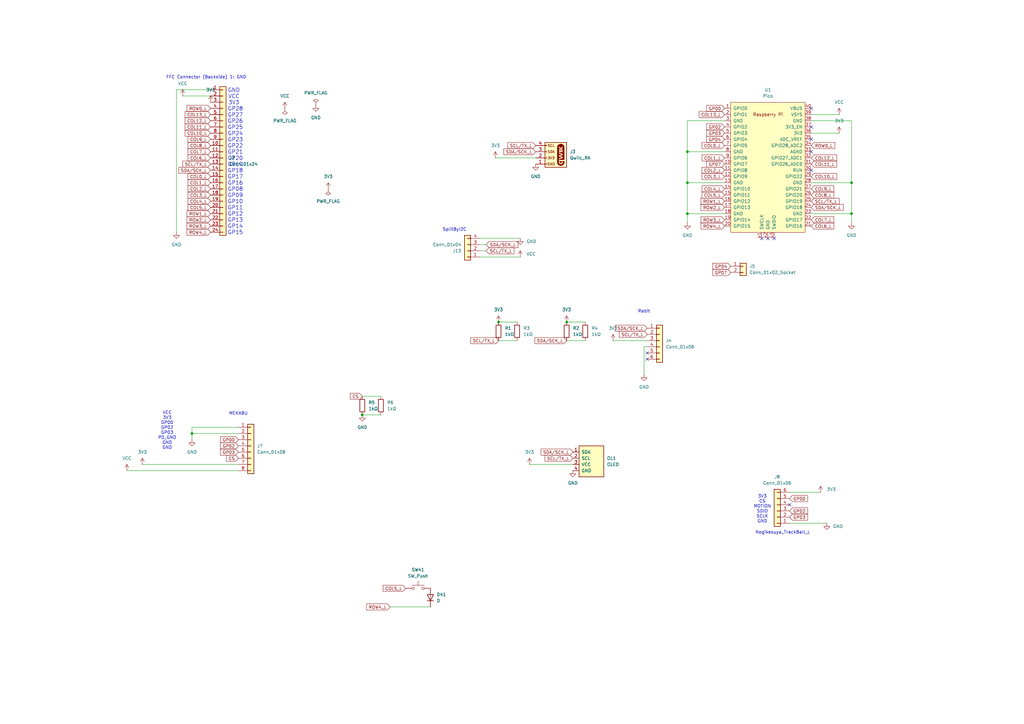
<source format=kicad_sch>
(kicad_sch (version 20250114) (generator "eeschema") (generator_version "9.0")
  (paper "A3")
  (lib_symbols
    (symbol "BrownSugar_KBD:OLED" (pin_names (offset 1.016))
      (property "Reference" "OL" (at 0 7.62 0))
      (property "Value" "OLED" (at 0 -7.62 0))
      (symbol "OLED_0_1"
        (rectangle (start -5.08 6.35) (end 5.08 -6.35) (stroke (width 0.254)) (fill (type background)))
      )
      (symbol "OLED_1_1"
        (pin bidirectional line (at -7.62 3.81 0) (length 2.54) (name "SDA") (number "1"))
        (pin bidirectional line (at -7.62 1.27 0) (length 2.54) (name "SCL") (number "2"))
        (pin power_in line (at -7.62 -1.27 0) (length 2.54) (name "VCC") (number "3"))
        (pin power_in line (at -7.62 -3.81 0) (length 2.54) (name "GND") (number "4"))
      )
    )
    (symbol "Connector_Generic:Conn_01x02" (pin_names (offset 1.016) (hide yes))
      (property "Reference" "J" (at 0 2.54 0))
      (property "Value" "Conn_01x02" (at 0 -5.08 0))
      (symbol "Conn_01x02_1_1"
        (rectangle (start -1.27 1.27) (end 1.27 -3.81) (stroke (width 0.254)) (fill (type background)))
        (rectangle (start -1.27 0.127) (end 0 -0.127) (stroke (width 0.1524)))
        (rectangle (start -1.27 -2.413) (end 0 -2.667) (stroke (width 0.1524)))
        (pin passive line (at -5.08 0 0) (length 3.81) (name "Pin_1") (number "1"))
        (pin passive line (at -5.08 -2.54 0) (length 3.81) (name "Pin_2") (number "2"))
      )
    )
    (symbol "Connector_Generic:Conn_01x04" (pin_names (offset 1.016) (hide yes))
      (property "Reference" "J" (at 0 5.08 0))
      (property "Value" "Conn_01x04" (at 0 -7.62 0))
      (symbol "Conn_01x04_1_1"
        (rectangle (start -1.27 3.81) (end 1.27 -6.35) (stroke (width 0.254)) (fill (type background)))
        (rectangle (start -1.27 2.667) (end 0 2.413) (stroke (width 0.1524)))
        (rectangle (start -1.27 0.127) (end 0 -0.127) (stroke (width 0.1524)))
        (rectangle (start -1.27 -2.413) (end 0 -2.667) (stroke (width 0.1524)))
        (rectangle (start -1.27 -4.953) (end 0 -5.207) (stroke (width 0.1524)))
        (pin passive line (at -5.08 2.54 0) (length 3.81) (name "Pin_1") (number "1"))
        (pin passive line (at -5.08 0 0) (length 3.81) (name "Pin_2") (number "2"))
        (pin passive line (at -5.08 -2.54 0) (length 3.81) (name "Pin_3") (number "3"))
        (pin passive line (at -5.08 -5.08 0) (length 3.81) (name "Pin_4") (number "4"))
      )
    )
    (symbol "Connector_Generic:Conn_01x06" (pin_names (offset 1.016) (hide yes))
      (property "Reference" "J" (at 0 7.62 0))
      (property "Value" "Conn_01x06" (at 0 -10.16 0))
      (symbol "Conn_01x06_1_1"
        (rectangle (start -1.27 6.35) (end 1.27 -8.89) (stroke (width 0.254)) (fill (type background)))
        (rectangle (start -1.27 5.207) (end 0 4.953) (stroke (width 0.1524)))
        (rectangle (start -1.27 2.667) (end 0 2.413) (stroke (width 0.1524)))
        (rectangle (start -1.27 0.127) (end 0 -0.127) (stroke (width 0.1524)))
        (rectangle (start -1.27 -2.413) (end 0 -2.667) (stroke (width 0.1524)))
        (rectangle (start -1.27 -4.953) (end 0 -5.207) (stroke (width 0.1524)))
        (rectangle (start -1.27 -7.493) (end 0 -7.747) (stroke (width 0.1524)))
        (pin passive line (at -5.08 5.08 0) (length 3.81) (name "Pin_1") (number "1"))
        (pin passive line (at -5.08 2.54 0) (length 3.81) (name "Pin_2") (number "2"))
        (pin passive line (at -5.08 0 0) (length 3.81) (name "Pin_3") (number "3"))
        (pin passive line (at -5.08 -2.54 0) (length 3.81) (name "Pin_4") (number "4"))
        (pin passive line (at -5.08 -5.08 0) (length 3.81) (name "Pin_5") (number "5"))
        (pin passive line (at -5.08 -7.62 0) (length 3.81) (name "Pin_6") (number "6"))
      )
    )
    (symbol "Connector_Generic:Conn_01x08" (pin_names (offset 1.016) (hide yes))
      (property "Reference" "J" (at 0 10.16 0))
      (property "Value" "Conn_01x08" (at 0 -12.7 0))
      (symbol "Conn_01x08_1_1"
        (rectangle (start -1.27 8.89) (end 1.27 -11.43) (stroke (width 0.254)) (fill (type background)))
        (rectangle (start -1.27 7.747) (end 0 7.493) (stroke (width 0.1524)))
        (rectangle (start -1.27 5.207) (end 0 4.953) (stroke (width 0.1524)))
        (rectangle (start -1.27 2.667) (end 0 2.413) (stroke (width 0.1524)))
        (rectangle (start -1.27 0.127) (end 0 -0.127) (stroke (width 0.1524)))
        (rectangle (start -1.27 -2.413) (end 0 -2.667) (stroke (width 0.1524)))
        (rectangle (start -1.27 -4.953) (end 0 -5.207) (stroke (width 0.1524)))
        (rectangle (start -1.27 -7.493) (end 0 -7.747) (stroke (width 0.1524)))
        (rectangle (start -1.27 -10.033) (end 0 -10.287) (stroke (width 0.1524)))
        (pin passive line (at -5.08 7.62 0) (length 3.81) (name "Pin_1") (number "1"))
        (pin passive line (at -5.08 5.08 0) (length 3.81) (name "Pin_2") (number "2"))
        (pin passive line (at -5.08 2.54 0) (length 3.81) (name "Pin_3") (number "3"))
        (pin passive line (at -5.08 0 0) (length 3.81) (name "Pin_4") (number "4"))
        (pin passive line (at -5.08 -2.54 0) (length 3.81) (name "Pin_5") (number "5"))
        (pin passive line (at -5.08 -5.08 0) (length 3.81) (name "Pin_6") (number "6"))
        (pin passive line (at -5.08 -7.62 0) (length 3.81) (name "Pin_7") (number "7"))
        (pin passive line (at -5.08 -10.16 0) (length 3.81) (name "Pin_8") (number "8"))
      )
    )
    (symbol "Connector_Generic:Conn_01x24" (pin_names (offset 1.016) (hide yes))
      (property "Reference" "J" (at 0 30.48 0))
      (property "Value" "Conn_01x24" (at 0 -33.02 0))
      (symbol "Conn_01x24_1_1"
        (rectangle (start -1.27 29.21) (end 1.27 -31.75) (stroke (width 0.254)) (fill (type background)))
        (rectangle (start -1.27 28.067) (end 0 27.813) (stroke (width 0.1524)))
        (rectangle (start -1.27 25.527) (end 0 25.273) (stroke (width 0.1524)))
        (rectangle (start -1.27 22.987) (end 0 22.733) (stroke (width 0.1524)))
        (rectangle (start -1.27 20.447) (end 0 20.193) (stroke (width 0.1524)))
        (rectangle (start -1.27 17.907) (end 0 17.653) (stroke (width 0.1524)))
        (rectangle (start -1.27 15.367) (end 0 15.113) (stroke (width 0.1524)))
        (rectangle (start -1.27 12.827) (end 0 12.573) (stroke (width 0.1524)))
        (rectangle (start -1.27 10.287) (end 0 10.033) (stroke (width 0.1524)))
        (rectangle (start -1.27 7.747) (end 0 7.493) (stroke (width 0.1524)))
        (rectangle (start -1.27 5.207) (end 0 4.953) (stroke (width 0.1524)))
        (rectangle (start -1.27 2.667) (end 0 2.413) (stroke (width 0.1524)))
        (rectangle (start -1.27 0.127) (end 0 -0.127) (stroke (width 0.1524)))
        (rectangle (start -1.27 -2.413) (end 0 -2.667) (stroke (width 0.1524)))
        (rectangle (start -1.27 -4.953) (end 0 -5.207) (stroke (width 0.1524)))
        (rectangle (start -1.27 -7.493) (end 0 -7.747) (stroke (width 0.1524)))
        (rectangle (start -1.27 -10.033) (end 0 -10.287) (stroke (width 0.1524)))
        (rectangle (start -1.27 -12.573) (end 0 -12.827) (stroke (width 0.1524)))
        (rectangle (start -1.27 -15.113) (end 0 -15.367) (stroke (width 0.1524)))
        (rectangle (start -1.27 -17.653) (end 0 -17.907) (stroke (width 0.1524)))
        (rectangle (start -1.27 -20.193) (end 0 -20.447) (stroke (width 0.1524)))
        (rectangle (start -1.27 -22.733) (end 0 -22.987) (stroke (width 0.1524)))
        (rectangle (start -1.27 -25.273) (end 0 -25.527) (stroke (width 0.1524)))
        (rectangle (start -1.27 -27.813) (end 0 -28.067) (stroke (width 0.1524)))
        (rectangle (start -1.27 -30.353) (end 0 -30.607) (stroke (width 0.1524)))
        (pin passive line (at -5.08 27.94 0) (length 3.81) (name "Pin_1") (number "1"))
        (pin passive line (at -5.08 25.4 0) (length 3.81) (name "Pin_2") (number "2"))
        (pin passive line (at -5.08 22.86 0) (length 3.81) (name "Pin_3") (number "3"))
        (pin passive line (at -5.08 20.32 0) (length 3.81) (name "Pin_4") (number "4"))
        (pin passive line (at -5.08 17.78 0) (length 3.81) (name "Pin_5") (number "5"))
        (pin passive line (at -5.08 15.24 0) (length 3.81) (name "Pin_6") (number "6"))
        (pin passive line (at -5.08 12.7 0) (length 3.81) (name "Pin_7") (number "7"))
        (pin passive line (at -5.08 10.16 0) (length 3.81) (name "Pin_8") (number "8"))
        (pin passive line (at -5.08 7.62 0) (length 3.81) (name "Pin_9") (number "9"))
        (pin passive line (at -5.08 5.08 0) (length 3.81) (name "Pin_10") (number "10"))
        (pin passive line (at -5.08 2.54 0) (length 3.81) (name "Pin_11") (number "11"))
        (pin passive line (at -5.08 0 0) (length 3.81) (name "Pin_12") (number "12"))
        (pin passive line (at -5.08 -2.54 0) (length 3.81) (name "Pin_13") (number "13"))
        (pin passive line (at -5.08 -5.08 0) (length 3.81) (name "Pin_14") (number "14"))
        (pin passive line (at -5.08 -7.62 0) (length 3.81) (name "Pin_15") (number "15"))
        (pin passive line (at -5.08 -10.16 0) (length 3.81) (name "Pin_16") (number "16"))
        (pin passive line (at -5.08 -12.7 0) (length 3.81) (name "Pin_17") (number "17"))
        (pin passive line (at -5.08 -15.24 0) (length 3.81) (name "Pin_18") (number "18"))
        (pin passive line (at -5.08 -17.78 0) (length 3.81) (name "Pin_19") (number "19"))
        (pin passive line (at -5.08 -20.32 0) (length 3.81) (name "Pin_20") (number "20"))
        (pin passive line (at -5.08 -22.86 0) (length 3.81) (name "Pin_21") (number "21"))
        (pin passive line (at -5.08 -25.4 0) (length 3.81) (name "Pin_22") (number "22"))
        (pin passive line (at -5.08 -27.94 0) (length 3.81) (name "Pin_23") (number "23"))
        (pin passive line (at -5.08 -30.48 0) (length 3.81) (name "Pin_24") (number "24"))
      )
    )
    (symbol "Device:D" (pin_numbers (hide yes)) (pin_names (offset 1.016) (hide yes))
      (property "Reference" "D" (at 0 2.54 0))
      (property "Value" "D" (at 0 -2.54 0))
      (symbol "D_0_1"
        (polyline (pts (xy -1.27 1.27) (xy -1.27 -1.27)) (stroke (width 0.254)))
        (polyline (pts (xy 1.27 1.27) (xy 1.27 -1.27) (xy -1.27 0) (xy 1.27 1.27)) (stroke (width 0.254)))
        (polyline (pts (xy 1.27 0) (xy -1.27 0)))
      )
      (symbol "D_1_1"
        (pin passive line (at -3.81 0 0) (length 2.54) (name "K") (number "1"))
        (pin passive line (at 3.81 0 180) (length 2.54) (name "A") (number "2"))
      )
    )
    (symbol "Device:R" (pin_numbers (hide yes)) (pin_names (offset 0))
      (property "Reference" "R" (at 2.032 0 90))
      (property "Value" "R" (at 0 0 90))
      (symbol "R_0_1"
        (rectangle (start -1.016 -2.54) (end 1.016 2.54) (stroke (width 0.254)))
      )
      (symbol "R_1_1"
        (pin passive line (at 0 3.81 270) (length 1.27) (name "~") (number "1"))
        (pin passive line (at 0 -3.81 90) (length 1.27) (name "~") (number "2"))
      )
    )
    (symbol "RPi_Pico:Pico" (pin_names (offset 1.016))
      (property "Reference" "U" (at -13.97 27.94 0))
      (property "Value" "Pico" (at 0 19.05 0))
      (symbol "Pico_0_0"
        (text "Raspberry Pi" (at 0 21.59 0) (effects (font (size 1.27 1.27))))
      )
      (symbol "Pico_0_1"
        (rectangle (start -15.24 26.67) (end 15.24 -26.67) (fill (type background)))
      )
      (symbol "Pico_1_1"
        (pin bidirectional line (at -17.78 24.13 0) (length 2.54) (name "GPIO0") (number "1"))
        (pin bidirectional line (at -17.78 21.59 0) (length 2.54) (name "GPIO1") (number "2"))
        (pin power_in line (at -17.78 19.05 0) (length 2.54) (name "GND") (number "3"))
        (pin bidirectional line (at -17.78 16.51 0) (length 2.54) (name "GPIO2") (number "4"))
        (pin bidirectional line (at -17.78 13.97 0) (length 2.54) (name "GPIO3") (number "5"))
        (pin bidirectional line (at -17.78 11.43 0) (length 2.54) (name "GPIO4") (number "6"))
        (pin bidirectional line (at -17.78 8.89 0) (length 2.54) (name "GPIO5") (number "7"))
        (pin power_in line (at -17.78 6.35 0) (length 2.54) (name "GND") (number "8"))
        (pin bidirectional line (at -17.78 3.81 0) (length 2.54) (name "GPIO6") (number "9"))
        (pin bidirectional line (at -17.78 1.27 0) (length 2.54) (name "GPIO7") (number "10"))
        (pin bidirectional line (at -17.78 -1.27 0) (length 2.54) (name "GPIO8") (number "11"))
        (pin bidirectional line (at -17.78 -3.81 0) (length 2.54) (name "GPIO9") (number "12"))
        (pin power_in line (at -17.78 -6.35 0) (length 2.54) (name "GND") (number "13"))
        (pin bidirectional line (at -17.78 -8.89 0) (length 2.54) (name "GPIO10") (number "14"))
        (pin bidirectional line (at -17.78 -11.43 0) (length 2.54) (name "GPIO11") (number "15"))
        (pin bidirectional line (at -17.78 -13.97 0) (length 2.54) (name "GPIO12") (number "16"))
        (pin bidirectional line (at -17.78 -16.51 0) (length 2.54) (name "GPIO13") (number "17"))
        (pin power_in line (at -17.78 -19.05 0) (length 2.54) (name "GND") (number "18"))
        (pin bidirectional line (at -17.78 -21.59 0) (length 2.54) (name "GPIO14") (number "19"))
        (pin bidirectional line (at -17.78 -24.13 0) (length 2.54) (name "GPIO15") (number "20"))
        (pin input line (at -2.54 -29.21 90) (length 2.54) (name "SWCLK") (number "41"))
        (pin power_in line (at 0 -29.21 90) (length 2.54) (name "GND") (number "42"))
        (pin bidirectional line (at 2.54 -29.21 90) (length 2.54) (name "SWDIO") (number "43"))
        (pin unspecified line (at 17.78 24.13 180) (length 2.54) (name "VBUS") (number "40"))
        (pin unspecified line (at 17.78 21.59 180) (length 2.54) (name "VSYS") (number "39"))
        (pin bidirectional line (at 17.78 19.05 180) (length 2.54) (name "GND") (number "38"))
        (pin input line (at 17.78 16.51 180) (length 2.54) (name "3V3_EN") (number "37"))
        (pin unspecified line (at 17.78 13.97 180) (length 2.54) (name "3V3") (number "36"))
        (pin unspecified line (at 17.78 11.43 180) (length 2.54) (name "ADC_VREF") (number "35"))
        (pin bidirectional line (at 17.78 8.89 180) (length 2.54) (name "GPIO28_ADC2") (number "34"))
        (pin power_in line (at 17.78 6.35 180) (length 2.54) (name "AGND") (number "33"))
        (pin bidirectional line (at 17.78 3.81 180) (length 2.54) (name "GPIO27_ADC1") (number "32"))
        (pin bidirectional line (at 17.78 1.27 180) (length 2.54) (name "GPIO26_ADC0") (number "31"))
        (pin input line (at 17.78 -1.27 180) (length 2.54) (name "RUN") (number "30"))
        (pin bidirectional line (at 17.78 -3.81 180) (length 2.54) (name "GPIO22") (number "29"))
        (pin power_in line (at 17.78 -6.35 180) (length 2.54) (name "GND") (number "28"))
        (pin bidirectional line (at 17.78 -8.89 180) (length 2.54) (name "GPIO21") (number "27"))
        (pin bidirectional line (at 17.78 -11.43 180) (length 2.54) (name "GPIO20") (number "26"))
        (pin bidirectional line (at 17.78 -13.97 180) (length 2.54) (name "GPIO19") (number "25"))
        (pin bidirectional line (at 17.78 -16.51 180) (length 2.54) (name "GPIO18") (number "24"))
        (pin power_in line (at 17.78 -19.05 180) (length 2.54) (name "GND") (number "23"))
        (pin bidirectional line (at 17.78 -21.59 180) (length 2.54) (name "GPIO17") (number "22"))
        (pin bidirectional line (at 17.78 -24.13 180) (length 2.54) (name "GPIO16") (number "21"))
      )
    )
    (symbol "SparkFun-Connector:Qwiic_Right_Angle" (pin_names (offset 1.016) (hide yes))
      (property "Reference" "J" (at 0 5.08 0))
      (property "Value" "Qwiic_RA" (at 0 -7.62 0))
      (symbol "Qwiic_Right_Angle_0_0"
        (polyline (pts (xy 5.6514 -4.1459) (xy 5.6299 -4.0654) (xy 5.5924 -3.9985) (xy 5.5373 -3.9428) (xy 5.4632 -3.8962) (xy 5.4394 -3.8843) (xy 5.402 -3.8678) (xy 5.3681 -3.8578) (xy 5.3294 -3.8521) (xy 5.2774 -3.8485) (xy 5.2184 -3.8474) (xy 5.1227 -3.8564) (xy 5.0405 -3.8803) (xy 4.9695 -3.9199) (xy 4.9078 -3.9759) (xy 4.8937 -3.9923) (xy 4.8535 -4.0549) (xy 4.8308 -4.124) (xy 4.8237 -4.2048) (xy 4.8239 -4.222) (xy 4.8343 -4.3011) (xy 4.8608 -4.3692) (xy 4.9051 -4.4308) (xy 4.9328 -4.4589) (xy 5.0009 -4.509) (xy 5.0793 -4.5424) (xy 5.1699 -4.5595) (xy 5.2745 -4.5612) (xy 5.3262 -4.5564) (xy 5.4199 -4.5347) (xy 5.4992 -4.4971) (xy 5.5638 -4.444) (xy 5.6131 -4.3757) (xy 5.6467 -4.2926) (xy 5.65 -4.2788) (xy 5.656 -4.2325) (xy 5.6563 -4.1875) (xy 5.6514 -4.1459)) (stroke (width 0.01)) (fill (type outline)))
        (polyline (pts (xy 6.6693 -0.6791) (xy 6.666 1.9332) (xy 6.6418 2.0386) (xy 6.6301 2.0866) (xy 6.5791 2.2527) (xy 6.5141 2.404) (xy 6.4337 2.5432) (xy 6.3364 2.673) (xy 6.2208 2.7959) (xy 6.1699 2.8428) (xy 6.0305 2.9527) (xy 5.8839 3.0422) (xy 5.7295 3.1115) (xy 5.5668 3.1608) (xy 5.3953 3.1902) (xy 5.2146 3.1999) (xy 5.1695 3.1994) (xy 5.0056 3.1868) (xy 4.8507 3.1568) (xy 4.7006 3.1083) (xy 4.5508 3.0404) (xy 4.5104 3.0187) (xy 4.3609 2.9237) (xy 4.2262 2.8129) (xy 4.1067 2.6872) (xy 4.0032 2.5475) (xy 3.9162 2.3947) (xy 3.8466 2.2295) (xy 3.7947 2.0528) (xy 3.7931 2.0453) (xy 3.7912 2.0356) (xy 3.7895 2.0242) (xy 3.7879 2.0106) (xy 3.7864 1.9938) (xy 3.785 1.9733) (xy 3.7837 1.9481) (xy 3.7825 1.9176) (xy 3.7815 1.8811) (xy 3.7805 1.8377) (xy 3.7796 1.7868) (xy 3.7789 1.7275) (xy 3.7781 1.6592) (xy 3.7775 1.5811) (xy 3.777 1.4925) (xy 3.7765 1.3925) (xy 3.7761 1.2805) (xy 3.7757 1.1557) (xy 3.7754 1.0174) (xy 3.7751 0.8648) (xy 3.7749 0.6972) (xy 3.7748 0.5138) (xy 3.7746 0.3139) (xy 3.7745 0.0967) (xy 3.7745 -0.1385) (xy 3.7744 -0.3925) (xy 3.7744 -0.666) (xy 3.7744 -0.9597) (xy 3.7744 -1.2744) (xy 3.7744 -4.5147) (xy 3.8041 -4.6318) (xy 3.8237 -4.7026) (xy 3.8837 -4.868) (xy 3.9606 -5.0206) (xy 4.0556 -5.1623) (xy 4.1695 -5.2947) (xy 4.2945 -5.4115) (xy 4.4355 -5.5159) (xy 4.5859 -5.6007) (xy 4.7459 -5.6661) (xy 4.916 -5.7122) (xy 5.0965 -5.7394) (xy 5.2571 -5.7442) (xy 5.4226 -5.7293) (xy 5.5891 -5.6949) (xy 5.7533 -5.6416) (xy 5.8236 -5.6121) (xy 5.9729 -5.5329) (xy 6.1112 -5.4365) (xy 6.237 -5.3244) (xy 6.3494 -5.1984) (xy 6.4469 -5.0601) (xy 6.5284 -4.9112) (xy 6.5926 -4.7532) (xy 6.6384 -4.5879) (xy 6.6645 -4.4168) (xy 6.6652 -4.405) (xy 6.6664 -4.3703) (xy 6.6676 -4.3199) (xy 6.6687 -4.2572) (xy 6.6696 -4.1859) (xy 6.6703 -4.1097) (xy 6.6721 -3.846) (xy 6.2655 -3.846) (xy 5.8589 -3.846) (xy 5.9219 -3.9104) (xy 5.9349 -3.9241) (xy 6.0001 -4.0112) (xy 6.0471 -4.1097) (xy 6.0754 -4.2189) (xy 6.085 -4.338) (xy 6.0781 -4.4509) (xy 6.0523 -4.5755) (xy 6.0066 -4.6941) (xy 5.952 -4.7864) (xy 5.8765 -4.8752) (xy 5.7858 -4.9517) (xy 5.6826 -5.0132) (xy 5.6313 -5.0372) (xy 5.5644 -5.0638) (xy 5.4981 -5.0834) (xy 5.4249 -5.0981) (xy 5.3375 -5.1098) (xy 5.2452 -5.1158) (xy 5.122 -5.1113) (xy 5.0004 -5.0938) (xy 4.8864 -5.0641) (xy 4.7856 -5.0232) (xy 4.6831 -4.9619) (xy 4.5878 -4.8817) (xy 4.5089 -4.7878) (xy 4.4472 -4.6811) (xy 4.4036 -4.5627) (xy 4.4031 -4.5611) (xy 4.3912 -4.4987) (xy 4.3845 -4.4244) (xy 4.3831 -4.3446) (xy 4.3869 -4.2661) (xy 4.3957 -4.1956) (xy 4.4094 -4.1396) (xy 4.4322 -4.082) (xy 4.485 -3.9879) (xy 4.5552 -3.9031) (xy 4.6109 -3.846) (xy 4.5052 -3.846) (xy 4.3996 -3.846) (xy 4.3996 -3.5687) (xy 4.3996 -3.2914) (xy 4.405 -3.2914) (xy 4.405 -3.2023) (xy 4.4021 -2.9296) (xy 4.4018 -2.8964) (xy 4.4015 -2.8076) (xy 4.4023 -2.7393) (xy 4.4041 -2.6908) (xy 4.407 -2.6611) (xy 4.4111 -2.6495) (xy 4.4137 -2.6484) (xy 4.434 -2.6418) (xy 4.4723 -2.6298) (xy 4.5268 -2.6132) (xy 4.5954 -2.5924) (xy 4.6761 -2.5683) (xy 4.767 -2.5412) (xy 4.866 -2.5118) (xy 4.9713 -2.4808) (xy 5.0173 -2.4672) (xy 5.119 -2.4369) (xy 5.2131 -2.4086) (xy 5.2977 -2.3828) (xy 5.3709 -2.3601) (xy 5.4307 -2.3411) (xy 5.4753 -2.3264) (xy 5.5029 -2.3166) (xy 5.5114 -2.3123) (xy 5.505 -2.3098) (xy 5.4796 -2.3016) (xy 5.4371 -2.2885) (xy 5.3794 -2.2711) (xy 5.3088 -2.2502) (xy 5.2275 -2.2264) (xy 5.1375 -2.2002) (xy 5.0411 -2.1724) (xy 4.9851 -2.1562) (xy 4.8864 -2.1278) (xy 4.7926 -2.1007) (xy 4.7062 -2.0757) (xy 4.63 -2.0536) (xy 4.5666 -2.0351) (xy 4.5187 -2.0211) (xy 4.4891 -2.0123) (xy 4.3992 -1.9852) (xy 4.4021 -1.7229) (xy 4.405 -1.4606) (xy 4.5844 -1.4084) (xy 4.6163 -1.3992) (xy 4.7739 -1.3533) (xy 4.9121 -1.3131) (xy 5.0321 -1.278) (xy 5.1352 -1.2478) (xy 5.2224 -1.2221) (xy 5.2951 -1.2004) (xy 5.3545 -1.1824) (xy 5.4018 -1.1676) (xy 5.4382 -1.1558) (xy 5.465 -1.1465) (xy 5.4834 -1.1392) (xy 5.4945 -1.1338) (xy 5.4997 -1.1296) (xy 5.5001 -1.1264) (xy 5.497 -1.1238) (xy 5.4915 -1.1214) (xy 5.4896 -1.1207) (xy 5.4687 -1.114) (xy 5.4296 -1.1019) (xy 5.3743 -1.0851) (xy 5.3049 -1.0643) (xy 5.2237 -1.04) (xy 5.1326 -1.013) (xy 5.0339 -0.9838) (xy 4.9297 -0.9531) (xy 4.3996 -0.7973) (xy 4.3996 -0.533) (xy 4.3997 -0.479) (xy 4.4004 -0.4111) (xy 4.4015 -0.3532) (xy 4.4029 -0.3082) (xy 4.4047 -0.279) (xy 4.4066 -0.2687) (xy 4.409 -0.2694) (xy 4.4284 -0.2761) (xy 4.4661 -0.2895) (xy 4.5204 -0.309) (xy 4.5899 -0.3341) (xy 4.6729 -0.3642) (xy 4.7681 -0.3988) (xy 4.8737 -0.4372) (xy 4.9883 -0.479) (xy 5.1104 -0.5236) (xy 5.2384 -0.5703) (xy 6.0632 -0.872) (xy 6.0632 -0.1926) (xy 5.2314 -0.1926) (xy 4.3996 -0.1926) (xy 4.3996 0.0793) (xy 4.3996 0.3511) (xy 5.2314 0.3511) (xy 6.0632 0.3511) (xy 6.0632 0.4598) (xy 5.2314 0.4598) (xy 4.3996 0.4598) (xy 4.3996 0.7317) (xy 4.3996 1.0035) (xy 5.2314 1.0035) (xy 5.2368 1.0035) (xy 5.2368 1.1177) (xy 5.1465 1.1192) (xy 5.0667 1.1248) (xy 4.9975 1.1357) (xy 4.9332 1.1532) (xy 4.8683 1.1784) (xy 4.7971 1.2126) (xy 4.7662 1.2298) (xy 4.6808 1.2903) (xy 4.6008 1.3651) (xy 4.5314 1.4489) (xy 4.4781 1.5363) (xy 4.4686 1.5557) (xy 4.4306 1.6462) (xy 4.4052 1.7353) (xy 4.3905 1.8304) (xy 4.385 1.9386) (xy 4.3833 2.0745) (xy 4.6089 2.0775) (xy 4.8345 2.0804) (xy 4.8348 1.9959) (xy 4.8368 1.9483) (xy 4.8488 1.8858) (xy 4.8738 1.8316) (xy 4.9144 1.7788) (xy 4.9734 1.7289) (xy 5.0458 1.6921) (xy 5.1277 1.6689) (xy 5.215 1.6593) (xy 5.3038 1.6635) (xy 5.3902 1.6815) (xy 5.4702 1.7136) (xy 5.54 1.7597) (xy 5.5733 1.7923) (xy 5.6073 1.844) (xy 5.628 1.9066) (xy 5.6372 1.9843) (xy 5.6418 2.0804) (xy 5.8607 2.0775) (xy 6.0795 2.0745) (xy 6.0811 1.9712) (xy 6.0811 1.9207) (xy 6.0739 1.8134) (xy 6.0554 1.7157) (xy 6.024 1.6204) (xy 5.9781 1.5204) (xy 5.9341 1.4457) (xy 5.8571 1.3499) (xy 5.7651 1.2695) (xy 5.6591 1.2056) (xy 5.6251 1.1892) (xy 5.5646 1.1627) (xy 5.5097 1.1435) (xy 5.4549 1.1305) (xy 5.3948 1.1226) (xy 5.3239 1.1188) (xy 5.2368 1.1177) (xy 5.2368 1.0035) (xy 6.0632 1.0035) (xy 6.0632 0.7317) (xy 6.0632 0.4598) (xy 6.0632 0.3511) (xy 6.0632 0.0793) (xy 6.0632 -0.1926) (xy 6.0632 -0.872) (xy 6.0632 -1.1439) (xy 6.0632 -1.4158) (xy 5.552 -1.5728) (xy 5.5357 -1.5778) (xy 5.4361 -1.6086) (xy 5.3436 -1.6376) (xy 5.2603 -1.6641) (xy 5.1881 -1.6874) (xy 5.129 -1.707) (xy 5.0848 -1.7222) (xy 5.0575 -1.7324) (xy 5.0491 -1.7369) (xy 5.0493 -1.737) (xy 5.0624 -1.742) (xy 5.094 -1.7527) (xy 5.1423 -1.7684) (xy 5.2051 -1.7886) (xy 5.2803 -1.8124) (xy 5.3659 -1.8394) (xy 5.46 -1.8688) (xy 5.5603 -1.9) (xy 6.0632 -2.0559) (xy 6.063 -2.3284) (xy 6.0628 -2.601) (xy 5.2339 -2.9017) (xy 4.405 -3.2023) (xy 4.405 -3.2914) (xy 5.5361 -3.2914) (xy 6.6725 -3.2914) (xy 6.6693 -0.6791)) (stroke (width 0.01)) (fill (type outline)))
      )
      (symbol "Qwiic_Right_Angle_1_1"
        (rectangle (start -1.27 3.81) (end 7.62 -6.35) (stroke (width 0.254)) (fill (type background)))
        (rectangle (start -1.27 2.667) (end -0.508 2.413) (stroke (width 0.1524)))
        (rectangle (start -1.27 0.127) (end -0.508 -0.127) (stroke (width 0.1524)))
        (rectangle (start -1.27 -2.413) (end -0.508 -2.667) (stroke (width 0.1524)))
        (rectangle (start -1.27 -4.953) (end -0.508 -5.207) (stroke (width 0.1524)))
        (text "SCL" (at 1.27 2.54 0) (effects (font (size 1 1))))
        (text "SDA" (at 1.27 0 0) (effects (font (size 1 1))))
        (text "3V3" (at 1.27 -2.54 0) (effects (font (size 1 1))))
        (text "GND" (at 1.27 -5.08 0) (effects (font (size 1 1))))
        (pin passive line (at -5.08 2.54 0) (length 3.81) (name "Pin_4") (number "4"))
        (pin passive line (at -5.08 0 0) (length 3.81) (name "Pin_3") (number "3"))
        (pin passive line (at -5.08 -2.54 0) (length 3.81) (name "Pin_2") (number "2"))
        (pin passive line (at -5.08 -5.08 0) (length 3.81) (name "Pin_1") (number "1"))
        (pin no_connect line (at 5.08 3.81 270) (length 2.54) (hide yes) (name "NC") (number "NC1"))
        (pin no_connect line (at 6.35 3.81 270) (length 2.54) (hide yes) (name "NC") (number "NC2"))
      )
    )
    (symbol "Switch:SW_Push" (pin_numbers (hide yes)) (pin_names (offset 1.016) (hide yes))
      (property "Reference" "SW" (at 1.27 2.54 0))
      (property "Value" "SW_Push" (at 0 -1.524 0))
      (symbol "SW_Push_0_1"
        (circle (center -2.032 0) (radius 0.508))
        (polyline (pts (xy 0 1.27) (xy 0 3.048)))
        (circle (center 2.032 0) (radius 0.508))
        (polyline (pts (xy 2.54 1.27) (xy -2.54 1.27)))
        (pin passive line (at -5.08 0 0) (length 2.54) (name "1") (number "1"))
        (pin passive line (at 5.08 0 180) (length 2.54) (name "2") (number "2"))
      )
    )
    (symbol "power:GND" (power) (pin_numbers (hide yes)) (pin_names (offset 0) (hide yes))
      (property "Value" "GND" (at 0 -3.81 0))
      (symbol "GND_0_1"
        (polyline (pts (xy 0 0) (xy 0 -1.27) (xy 1.27 -1.27) (xy 0 -2.54) (xy -1.27 -1.27) (xy 0 -1.27)))
      )
      (symbol "GND_1_1"
        (pin power_in line (at 0 0 270) (length 0) (name "~") (number "1"))
      )
    )
    (symbol "power:PWR_FLAG" (power) (pin_numbers (hide yes)) (pin_names (offset 0) (hide yes))
      (property "Value" "PWR_FLAG" (at 0 3.81 0))
      (symbol "PWR_FLAG_0_0"
        (pin power_out line (at 0 0 90) (length 0) (name "~") (number "1"))
      )
      (symbol "PWR_FLAG_0_1"
        (polyline (pts (xy 0 0) (xy 0 1.27) (xy -1.016 1.905) (xy 0 2.54) (xy 1.016 1.905) (xy 0 1.27)))
      )
    )
    (symbol "power:VCC" (power) (pin_numbers (hide yes)) (pin_names (offset 0) (hide yes))
      (property "Value" "VCC" (at 0 3.556 0))
      (symbol "VCC_0_1"
        (polyline (pts (xy -0.762 1.27) (xy 0 2.54)))
        (polyline (pts (xy 0 2.54) (xy 0.762 1.27)))
        (polyline (pts (xy 0 0) (xy 0 2.54)))
      )
      (symbol "VCC_1_1"
        (pin power_in line (at 0 0 90) (length 0) (name "~") (number "1"))
      )
    )
  )
  (text "VCC\n3V3\nGP00\nGP02\nGP03\nPD_GND\nGND\nGND" (at 68.58 176.53 0) (effects (font (size 1.27 1.27))))
  (text "Rabit" (at 264.16 127.762 0) (effects (font (size 1.27 1.27))))
  (text "MEKABU" (at 97.79 169.672 0) (effects (font (size 1.27 1.27))))
  (text "Nogikesuya_TrackBall_L" (at 321.056 218.44 0) (effects (font (size 1.27 1.27))))
  (text "3V3\nCS\nMOTION\nSDIO\nSCLK\nGND" (at 312.674 208.788 0) (effects (font (size 1.27 1.27))))
  (text "FFC Connector (Backside) １: GND" (at 84.582 31.75 0) (effects (font (size 1.27 1.27))))
  (text "SplitByI2C" (at 186.436 94.234 0) (effects (font (size 1.27 1.27))))
  (text "GND                                                                                 \nVCC                                                                                 \n3V3                                                                                 \nGP28                                                                                \nGP27                                                                                \nGP26                                                                                \nGP25                                                                                \nGP24                                                                                \nGP23                                                                                \nGP22                                                                                \nGP21                                                                                \nGP20                                                                                \nGP19                                                                                \nGP18                                                                                \nGP17                                                                                \nGP16                                                                                \nGP08                                                                                \nGP09                                                                                \nGP10                                                                                \nGP11                                                                                \nGP12                                                                                \nGP13                                                                                \nGP14                                                                                \nGP15                                                                                \n" (at 144.526 66.294 0) (effects (font (size 1.5748 1.5748))))
  (junction (at 281.94 62.23))
  (junction (at 204.47 132.08))
  (junction (at 232.41 132.08))
  (junction (at 349.25 74.93))
  (junction (at 281.94 74.93))
  (junction (at 78.74 177.8))
  (junction (at 349.25 87.63))
  (junction (at 281.94 87.63))
  (junction (at 148.59 170.18))
  (no_connect (at 317.5 97.79))
  (no_connect (at 332.74 69.85))
  (no_connect (at 332.74 44.45))
  (no_connect (at 265.43 144.78))
  (no_connect (at 323.85 207.01))
  (no_connect (at 332.74 52.07))
  (no_connect (at 314.96 97.79))
  (no_connect (at 312.42 97.79))
  (no_connect (at 265.43 147.32))
  (no_connect (at 332.74 62.23))
  (no_connect (at 332.74 57.15))
  (wire (pts (xy 204.47 139.7) (xy 212.09 139.7)))
  (wire (pts (xy 297.18 49.53) (xy 281.94 49.53)))
  (wire (pts (xy 349.25 49.53) (xy 349.25 74.93)))
  (wire (pts (xy 332.74 87.63) (xy 349.25 87.63)))
  (wire (pts (xy 204.47 132.08) (xy 212.09 132.08)))
  (wire (pts (xy 251.46 139.7) (xy 265.43 139.7)))
  (wire (pts (xy 349.25 91.44) (xy 349.25 87.63)))
  (wire (pts (xy 344.17 54.61) (xy 332.74 54.61)))
  (wire (pts (xy 281.94 87.63) (xy 297.18 87.63)))
  (wire (pts (xy 349.25 74.93) (xy 349.25 87.63)))
  (wire (pts (xy 160.02 248.92) (xy 176.53 248.92)))
  (wire (pts (xy 148.59 162.56) (xy 156.21 162.56)))
  (wire (pts (xy 232.41 139.7) (xy 240.03 139.7)))
  (wire (pts (xy 78.74 175.26) (xy 78.74 177.8)))
  (wire (pts (xy 72.39 36.83) (xy 72.39 95.25)))
  (wire (pts (xy 196.85 97.79) (xy 213.36 97.79)))
  (wire (pts (xy 196.85 102.87) (xy 199.39 102.87)))
  (wire (pts (xy 332.74 49.53) (xy 349.25 49.53)))
  (wire (pts (xy 281.94 49.53) (xy 281.94 62.23)))
  (wire (pts (xy 78.74 177.8) (xy 97.79 177.8)))
  (wire (pts (xy 281.94 74.93) (xy 281.94 87.63)))
  (wire (pts (xy 203.2 64.77) (xy 219.71 64.77)))
  (wire (pts (xy 217.17 190.5) (xy 234.95 190.5)))
  (wire (pts (xy 281.94 62.23) (xy 297.18 62.23)))
  (wire (pts (xy 281.94 87.63) (xy 281.94 91.44)))
  (wire (pts (xy 196.85 100.33) (xy 199.39 100.33)))
  (wire (pts (xy 339.09 214.63) (xy 323.85 214.63)))
  (wire (pts (xy 74.93 39.37) (xy 86.36 39.37)))
  (wire (pts (xy 281.94 74.93) (xy 297.18 74.93)))
  (wire (pts (xy 232.41 132.08) (xy 240.03 132.08)))
  (wire (pts (xy 52.07 193.04) (xy 97.79 193.04)))
  (wire (pts (xy 281.94 62.23) (xy 281.94 74.93)))
  (wire (pts (xy 264.16 142.24) (xy 265.43 142.24)))
  (wire (pts (xy 264.16 153.67) (xy 264.16 142.24)))
  (wire (pts (xy 344.17 46.99) (xy 332.74 46.99)))
  (wire (pts (xy 213.36 105.41) (xy 196.85 105.41)))
  (wire (pts (xy 332.74 74.93) (xy 349.25 74.93)))
  (wire (pts (xy 78.74 177.8) (xy 78.74 180.34)))
  (wire (pts (xy 323.85 201.93) (xy 336.55 201.93)))
  (wire (pts (xy 148.59 170.18) (xy 156.21 170.18)))
  (wire (pts (xy 86.36 36.83) (xy 72.39 36.83)))
  (wire (pts (xy 97.79 175.26) (xy 78.74 175.26)))
  (wire (pts (xy 58.42 190.5) (xy 97.79 190.5)))
  (global_label "COL7_L" (shape input) (at 332.74 90.17 0) (property "Intersheetrefs" "${INTERSHEET_REFS}" (effects (hide yes))))
  (global_label "SCL{slash}TX_L" (shape input) (at 332.74 82.55 0) (property "Intersheetrefs" "${INTERSHEET_REFS}" (effects (hide yes))))
  (global_label "COL1_L" (shape input) (at 297.18 64.77 180) (property "Intersheetrefs" "${INTERSHEET_REFS}" (effects (hide yes))))
  (global_label "ROW4_L" (shape input) (at 86.36 95.25 180) (property "Intersheetrefs" "${INTERSHEET_REFS}" (effects (hide yes))))
  (global_label "COL11_L" (shape input) (at 86.36 52.07 180) (property "Intersheetrefs" "${INTERSHEET_REFS}" (effects (hide yes))))
  (global_label "GP02" (shape input) (at 297.18 52.07 180) (property "Intersheetrefs" "${INTERSHEET_REFS}" (effects (hide yes))))
  (global_label "COL5_L" (shape input) (at 297.18 80.01 180) (property "Intersheetrefs" "${INTERSHEET_REFS}" (effects (hide yes))))
  (global_label "COL2_L" (shape input) (at 297.18 69.85 180) (property "Intersheetrefs" "${INTERSHEET_REFS}" (effects (hide yes))))
  (global_label "SCL{slash}TX_L" (shape input) (at 86.36 67.31 180) (property "Intersheetrefs" "${INTERSHEET_REFS}" (effects (hide yes))))
  (global_label "GP04" (shape input) (at 297.18 57.15 180) (property "Intersheetrefs" "${INTERSHEET_REFS}" (effects (hide yes))))
  (global_label "ROW0_L" (shape input) (at 332.74 59.69 0) (property "Intersheetrefs" "${INTERSHEET_REFS}" (effects (hide yes))))
  (global_label "ROW3_L" (shape input) (at 86.36 92.71 180) (property "Intersheetrefs" "${INTERSHEET_REFS}" (effects (hide yes))))
  (global_label "COL5_L" (shape input) (at 86.36 85.09 180) (property "Intersheetrefs" "${INTERSHEET_REFS}" (effects (hide yes))))
  (global_label "COL11_L" (shape input) (at 332.74 67.31 0) (property "Intersheetrefs" "${INTERSHEET_REFS}" (effects (hide yes))))
  (global_label "COL12_L" (shape input) (at 86.36 49.53 180) (property "Intersheetrefs" "${INTERSHEET_REFS}" (effects (hide yes))))
  (global_label "GP03" (shape input) (at 323.85 212.09 0) (property "Intersheetrefs" "${INTERSHEET_REFS}" (effects (hide yes))))
  (global_label "COL1_L" (shape input) (at 86.36 74.93 180) (property "Intersheetrefs" "${INTERSHEET_REFS}" (effects (hide yes))))
  (global_label "SCL{slash}TX_L" (shape input) (at 204.47 139.7 180) (property "Intersheetrefs" "${INTERSHEET_REFS}" (effects (hide yes))))
  (global_label "COL3_L" (shape input) (at 86.36 80.01 180) (property "Intersheetrefs" "${INTERSHEET_REFS}" (effects (hide yes))))
  (global_label "ROW4_L" (shape input) (at 160.02 248.92 180) (property "Intersheetrefs" "${INTERSHEET_REFS}" (effects (hide yes))))
  (global_label "COL12_L" (shape input) (at 332.74 64.77 0) (property "Intersheetrefs" "${INTERSHEET_REFS}" (effects (hide yes))))
  (global_label "SDA{slash}SCK_L" (shape input) (at 86.36 69.85 180) (property "Intersheetrefs" "${INTERSHEET_REFS}" (effects (hide yes))))
  (global_label "COL2_L" (shape input) (at 86.36 77.47 180) (property "Intersheetrefs" "${INTERSHEET_REFS}" (effects (hide yes))))
  (global_label "SDA{slash}SCK_L" (shape input) (at 199.39 100.33 0) (property "Intersheetrefs" "${INTERSHEET_REFS}" (effects (hide yes))))
  (global_label "ROW2_L" (shape input) (at 86.36 90.17 180) (property "Intersheetrefs" "${INTERSHEET_REFS}" (effects (hide yes))))
  (global_label "GP04" (shape input) (at 299.72 109.22 180) (property "Intersheetrefs" "${INTERSHEET_REFS}" (effects (hide yes))))
  (global_label "COL0_L" (shape input) (at 86.36 72.39 180) (property "Intersheetrefs" "${INTERSHEET_REFS}" (effects (hide yes))))
  (global_label "GP07" (shape input) (at 297.18 67.31 180) (property "Intersheetrefs" "${INTERSHEET_REFS}" (effects (hide yes))))
  (global_label "ROW1_L" (shape input) (at 86.36 87.63 180) (property "Intersheetrefs" "${INTERSHEET_REFS}" (effects (hide yes))))
  (global_label "COL8_L" (shape input) (at 86.36 59.69 180) (property "Intersheetrefs" "${INTERSHEET_REFS}" (effects (hide yes))))
  (global_label "COL4_L" (shape input) (at 297.18 77.47 180) (property "Intersheetrefs" "${INTERSHEET_REFS}" (effects (hide yes))))
  (global_label "GP00" (shape input) (at 323.85 204.47 0) (property "Intersheetrefs" "${INTERSHEET_REFS}" (effects (hide yes))))
  (global_label "SDA{slash}SCK_L" (shape input) (at 219.71 62.23 180) (property "Intersheetrefs" "${INTERSHEET_REFS}" (effects (hide yes))))
  (global_label "GP00" (shape input) (at 297.18 44.45 180) (property "Intersheetrefs" "${INTERSHEET_REFS}" (effects (hide yes))))
  (global_label "COL3_L" (shape input) (at 297.18 72.39 180) (property "Intersheetrefs" "${INTERSHEET_REFS}" (effects (hide yes))))
  (global_label "COL5_L" (shape input) (at 166.37 241.3 180) (property "Intersheetrefs" "${INTERSHEET_REFS}" (effects (hide yes))))
  (global_label "CS" (shape input) (at 148.59 162.56 180) (property "Intersheetrefs" "${INTERSHEET_REFS}" (effects (hide yes))))
  (global_label "COL13_L" (shape input) (at 86.36 46.99 180) (property "Intersheetrefs" "${INTERSHEET_REFS}" (effects (hide yes))))
  (global_label "GP02" (shape input) (at 323.85 209.55 0) (property "Intersheetrefs" "${INTERSHEET_REFS}" (effects (hide yes))))
  (global_label "COL8_L" (shape input) (at 332.74 80.01 0) (property "Intersheetrefs" "${INTERSHEET_REFS}" (effects (hide yes))))
  (global_label "GP03" (shape input) (at 97.79 185.42 180) (property "Intersheetrefs" "${INTERSHEET_REFS}" (effects (hide yes))))
  (global_label "SCL{slash}TX_L" (shape input) (at 234.95 187.96 180) (property "Intersheetrefs" "${INTERSHEET_REFS}" (effects (hide yes))))
  (global_label "ROW0_L" (shape input) (at 86.36 44.45 180) (property "Intersheetrefs" "${INTERSHEET_REFS}" (effects (hide yes))))
  (global_label "COL10_L" (shape input) (at 332.74 72.39 0) (property "Intersheetrefs" "${INTERSHEET_REFS}" (effects (hide yes))))
  (global_label "ROW2_L" (shape input) (at 297.18 85.09 180) (property "Intersheetrefs" "${INTERSHEET_REFS}" (effects (hide yes))))
  (global_label "COL7_L" (shape input) (at 86.36 62.23 180) (property "Intersheetrefs" "${INTERSHEET_REFS}" (effects (hide yes))))
  (global_label "GP07" (shape input) (at 299.72 111.76 180) (property "Intersheetrefs" "${INTERSHEET_REFS}" (effects (hide yes))))
  (global_label "COL6_L" (shape input) (at 332.74 92.71 0) (property "Intersheetrefs" "${INTERSHEET_REFS}" (effects (hide yes))))
  (global_label "COL4_L" (shape input) (at 86.36 82.55 180) (property "Intersheetrefs" "${INTERSHEET_REFS}" (effects (hide yes))))
  (global_label "GP03" (shape input) (at 297.18 54.61 180) (property "Intersheetrefs" "${INTERSHEET_REFS}" (effects (hide yes))))
  (global_label "COL0_L" (shape input) (at 297.18 59.69 180) (property "Intersheetrefs" "${INTERSHEET_REFS}" (effects (hide yes))))
  (global_label "GP02" (shape input) (at 97.79 182.88 180) (property "Intersheetrefs" "${INTERSHEET_REFS}" (effects (hide yes))))
  (global_label "SDA{slash}SCK_L" (shape input) (at 234.95 185.42 180) (property "Intersheetrefs" "${INTERSHEET_REFS}" (effects (hide yes))))
  (global_label "COL10_L" (shape input) (at 86.36 54.61 180) (property "Intersheetrefs" "${INTERSHEET_REFS}" (effects (hide yes))))
  (global_label "SDA{slash}SCK_L" (shape input) (at 265.43 134.62 180) (property "Intersheetrefs" "${INTERSHEET_REFS}" (effects (hide yes))))
  (global_label "CS" (shape input) (at 97.79 187.96 180) (property "Intersheetrefs" "${INTERSHEET_REFS}" (effects (hide yes))))
  (global_label "SCL{slash}TX_L" (shape input) (at 219.71 59.69 180) (property "Intersheetrefs" "${INTERSHEET_REFS}" (effects (hide yes))))
  (global_label "COL9_L" (shape input) (at 86.36 57.15 180) (property "Intersheetrefs" "${INTERSHEET_REFS}" (effects (hide yes))))
  (global_label "ROW3_L" (shape input) (at 297.18 90.17 180) (property "Intersheetrefs" "${INTERSHEET_REFS}" (effects (hide yes))))
  (global_label "SDA{slash}SCK_L" (shape input) (at 332.74 85.09 0) (property "Intersheetrefs" "${INTERSHEET_REFS}" (effects (hide yes))))
  (global_label "COL13_L" (shape input) (at 297.18 46.99 180) (property "Intersheetrefs" "${INTERSHEET_REFS}" (effects (hide yes))))
  (global_label "COL9_L" (shape input) (at 332.74 77.47 0) (property "Intersheetrefs" "${INTERSHEET_REFS}" (effects (hide yes))))
  (global_label "ROW1_L" (shape input) (at 297.18 82.55 180) (property "Intersheetrefs" "${INTERSHEET_REFS}" (effects (hide yes))))
  (global_label "GP00" (shape input) (at 97.79 180.34 180) (property "Intersheetrefs" "${INTERSHEET_REFS}" (effects (hide yes))))
  (global_label "SDA{slash}SCK_L" (shape input) (at 232.41 139.7 180) (property "Intersheetrefs" "${INTERSHEET_REFS}" (effects (hide yes))))
  (global_label "SCL{slash}TX_L" (shape input) (at 265.43 137.16 180) (property "Intersheetrefs" "${INTERSHEET_REFS}" (effects (hide yes))))
  (global_label "SCL{slash}TX_L" (shape input) (at 199.39 102.87 0) (property "Intersheetrefs" "${INTERSHEET_REFS}" (effects (hide yes))))
  (global_label "ROW4_L" (shape input) (at 297.18 92.71 180) (property "Intersheetrefs" "${INTERSHEET_REFS}" (effects (hide yes))))
  (global_label "COL6_L" (shape input) (at 86.36 64.77 180) (property "Intersheetrefs" "${INTERSHEET_REFS}" (effects (hide yes))))
  (symbol (lib_id "power:GND") (at 349.25 91.44 0) (unit 1)
    (property "Reference" "#PWR010" (effects (hide yes)))
    (property "Value" "GND" (at 349.25 96.52 0))
    (property "Description" "Power symbol creates a global label with name \"GND\" , ground" (effects (hide yes)))
  )
  (symbol (lib_id "power:GND") (at 219.71 67.31 0) (unit 1)
    (property "Reference" "#PWR07" (effects (hide yes)))
    (property "Value" "GND" (at 219.71 72.39 0))
    (property "Description" "Power symbol creates a global label with name \"GND\" , ground" (effects (hide yes)))
  )
  (symbol (lib_id "power:GND") (at 234.95 193.04 0) (unit 1)
    (property "Reference" "#PWR011" (effects (hide yes)))
    (property "Value" "GND" (at 234.95 198.12 0))
    (property "Description" "Power symbol creates a global label with name \"GND\" , ground" (effects (hide yes)))
  )
  (symbol (lib_id "power:GND") (at 281.94 91.44 0) (unit 1)
    (property "Reference" "#PWR021" (effects (hide yes)))
    (property "Value" "GND" (at 281.94 96.52 0))
    (property "Description" "Power symbol creates a global label with name \"GND\" , ground" (effects (hide yes)))
  )
  (symbol (lib_id "SparkFun-Connector:Qwiic_Right_Angle") (at 224.79 62.23 0) (unit 1)
    (property "Reference" "J3" (at 233.68 62.2299 0) (effects (justify left)))
    (property "Value" "Qwiic_RA" (at 233.68 64.7699 0) (effects (justify left)))
    (property "Footprint" "SparkFun-Connector:JST_SMD_1.0mm-4_Black" (effects (hide yes)))
    (property "Datasheet" "https://www.jst-mfg.com/product/pdf/eng/eSH.pdf" (effects (hide yes)))
    (property "Description" "4 pin JST 1mm polarized connector for I2C" (effects (hide yes)))
    (property "PROD_ID" "CONN-13694" (effects (hide yes)))
  )
  (symbol (lib_id "Connector_Generic:Conn_01x06") (at 318.77 209.55 180) (unit 1)
    (property "Reference" "J8" (at 318.77 195.58 0))
    (property "Value" "Conn_01x06" (at 318.77 198.12 0))
    (property "Footprint" "Connector_FFC-FPC:Hirose_FH12-6S-0.5SH_1x06-1MP_P0.50mm_Horizontal" (effects (hide yes)))
    (property "Description" "Generic connector, single row, 01x06, script generated (kicad-library-utils/schlib/autogen/connector/)" (effects (hide yes)))
  )
  (symbol (lib_id "power:GND") (at 213.36 97.79 0) (unit 1)
    (property "Reference" "#PWR039" (effects (hide yes)))
    (property "Value" "GND" (at 215.9 99.0599 0) (effects (justify left)))
    (property "Description" "Power symbol creates a global label with name \"GND\" , ground" (effects (hide yes)))
  )
  (symbol (lib_id "power:VCC") (at 203.2 64.77 0) (unit 1)
    (property "Reference" "#PWR018" (effects (hide yes)))
    (property "Value" "3V3" (at 203.2 59.69 0))
    (property "Description" "Power symbol creates a global label with name \"VCC\"" (effects (hide yes)))
  )
  (symbol (lib_id "power:VCC") (at 336.55 201.93 0) (unit 1)
    (property "Reference" "#PWR027" (effects (hide yes)))
    (property "Value" "3V3" (at 339.09 200.6599 0) (effects (justify left)))
    (property "Description" "Power symbol creates a global label with name \"VCC\"" (effects (hide yes)))
  )
  (symbol (lib_id "power:GND") (at 129.54 43.18 0) (unit 1)
    (property "Reference" "#PWR06" (effects (hide yes)))
    (property "Value" "GND" (at 129.54 48.26 0))
    (property "Description" "Power symbol creates a global label with name \"GND\" , ground" (effects (hide yes)))
  )
  (symbol (lib_id "power:VCC") (at 116.84 44.45 0) (unit 1)
    (property "Reference" "#PWR05" (effects (hide yes)))
    (property "Value" "VCC" (at 116.84 39.37 0))
    (property "Description" "Power symbol creates a global label with name \"VCC\"" (effects (hide yes)))
  )
  (symbol (lib_id "Device:D") (at 176.53 245.11 90) (unit 1)
    (property "Reference" "D41" (at 179.07 243.8399 90) (effects (justify right)))
    (property "Value" "D" (at 179.07 246.3799 90) (effects (justify right)))
    (property "Footprint" "kbd_Parts:Diode_SMD" (effects (hide yes)))
    (property "Description" "Diode" (effects (hide yes)))
    (property "Sim.Device" "D" (effects (hide yes)))
    (property "Sim.Pins" "1=K 2=A" (effects (hide yes)))
  )
  (symbol (lib_id "Connector_Generic:Conn_01x04") (at 191.77 102.87 180) (unit 1)
    (property "Reference" "J13" (at 189.23 102.8701 0) (effects (justify left)))
    (property "Value" "Conn_01x04" (at 189.23 100.3301 0) (effects (justify left)))
    (property "Footprint" "Connector_PinHeader_2.54mm:PinHeader_1x04_P2.54mm_Horizontal" (effects (hide yes)))
    (property "Description" "Generic connector, single row, 01x04, script generated (kicad-library-utils/schlib/autogen/connector/)" (effects (hide yes)))
  )
  (symbol (lib_id "power:VCC") (at 74.93 39.37 0) (unit 1)
    (property "Reference" "#PWR02" (effects (hide yes)))
    (property "Value" "VCC" (at 74.93 34.29 0))
    (property "Description" "Power symbol creates a global label with name \"VCC\"" (effects (hide yes)))
  )
  (symbol (lib_id "Device:R") (at 240.03 135.89 0) (unit 1)
    (property "Reference" "R4" (at 242.57 134.62 0) (effects (justify left)))
    (property "Value" "1kΩ" (at 242.57 137.16 0) (effects (justify left)))
    (property "Footprint" "Resistor_SMD:R_0603_1608Metric" (effects (hide yes)))
  )
  (symbol (lib_id "Connector_Generic:Conn_01x08") (at 102.87 182.88 0) (unit 1)
    (property "Reference" "J7" (at 105.41 182.8799 0) (effects (justify left)))
    (property "Value" "Conn_01x08" (at 105.41 185.4199 0) (effects (justify left)))
    (property "Footprint" "Connector_PinHeader_2.54mm:PinHeader_1x08_P2.54mm_Horizontal" (effects (hide yes)))
    (property "Description" "Generic connector, single row, 01x08, script generated (kicad-library-utils/schlib/autogen/connector/)" (effects (hide yes)))
  )
  (symbol (lib_id "power:VCC") (at 213.36 105.41 0) (unit 1)
    (property "Reference" "#PWR038" (effects (hide yes)))
    (property "Value" "VCC" (at 215.9 104.1399 0) (effects (justify left)))
    (property "Description" "Power symbol creates a global label with name \"VCC\"" (effects (hide yes)))
  )
  (symbol (lib_id "power:GND") (at 339.09 214.63 0) (unit 1)
    (property "Reference" "#PWR025" (effects (hide yes)))
    (property "Value" "GND" (at 341.63 215.8999 0) (effects (justify left)))
    (property "Description" "Power symbol creates a global label with name \"GND\" , ground" (effects (hide yes)))
  )
  (symbol (lib_id "power:VCC") (at 52.07 193.04 0) (unit 1)
    (property "Reference" "#PWR04" (effects (hide yes)))
    (property "Value" "VCC" (at 52.07 187.96 0))
    (property "Description" "Power symbol creates a global label with name \"VCC\"" (effects (hide yes)))
  )
  (symbol (lib_id "Device:R") (at 156.21 166.37 0) (unit 1)
    (property "Reference" "R6" (at 158.75 165.1 0) (effects (justify left)))
    (property "Value" "1kΩ" (at 158.75 167.64 0) (effects (justify left)))
    (property "Footprint" "Resistor_SMD:R_0603_1608Metric" (effects (hide yes)))
  )
  (symbol (lib_id "Connector_Generic:Conn_01x06") (at 270.51 139.7 0) (unit 1)
    (property "Reference" "J4" (at 273.05 139.7 0) (effects (justify left)))
    (property "Value" "Conn_01x06" (at 273.05 142.24 0) (effects (justify left)))
    (property "Footprint" "DreaM117er-keebLibrary:Hirose_FH12-6S-0.5SH_1x06-1MP_P0.50mm_Horizontal" (effects (hide yes)))
  )
  (symbol (lib_id "Device:R") (at 212.09 135.89 0) (unit 1)
    (property "Reference" "R3" (at 214.63 134.62 0) (effects (justify left)))
    (property "Value" "1kΩ" (at 214.63 137.16 0) (effects (justify left)))
    (property "Footprint" "Resistor_SMD:R_0603_1608Metric" (effects (hide yes)))
  )
  (symbol (lib_id "power:GND") (at 148.59 170.18 0) (unit 1)
    (property "Reference" "#PWR012" (effects (hide yes)))
    (property "Value" "GND" (at 148.59 175.26 0))
    (property "Description" "Power symbol creates a global label with name \"GND\" , ground" (effects (hide yes)))
  )
  (symbol (lib_id "power:PWR_FLAG") (at 116.84 44.45 180) (unit 1)
    (property "Reference" "#FLG01" (effects (hide yes)))
    (property "Value" "PWR_FLAG" (at 116.84 49.53 0))
    (property "Description" "Special symbol for telling ERC where power comes from" (effects (hide yes)))
  )
  (symbol (lib_id "power:PWR_FLAG") (at 129.54 43.18 0) (unit 1)
    (property "Reference" "#FLG02" (effects (hide yes)))
    (property "Value" "PWR_FLAG" (at 129.54 38.1 0))
    (property "Description" "Special symbol for telling ERC where power comes from" (effects (hide yes)))
  )
  (symbol (lib_id "RPi_Pico:Pico") (at 314.96 68.58 0) (unit 1)
    (property "Reference" "U1" (at 314.96 36.83 0))
    (property "Value" "Pico" (at 314.96 39.37 0))
    (property "Footprint" "Rikkodo_FootPrint:rkd_RPi_Pico_TH_NODBG" (effects (hide yes)))
  )
  (symbol (lib_id "power:GND") (at 264.16 153.67 0) (unit 1)
    (property "Reference" "#PWR013" (effects (hide yes)))
    (property "Value" "GND" (at 264.16 158.75 0))
    (property "Description" "Power symbol creates a global label with name \"GND\" , ground" (effects (hide yes)))
  )
  (symbol (lib_id "Connector_Generic:Conn_01x02") (at 304.8 109.22 0) (unit 1)
    (property "Reference" "J5" (at 307.34 109.2199 0) (effects (justify left)))
    (property "Value" "Conn_01x02_Socket" (at 307.34 111.7599 0) (effects (justify left)))
    (property "Footprint" "Connector_PinHeader_2.54mm:PinHeader_1x02_P2.54mm_Horizontal" (effects (hide yes)))
    (property "Description" "Generic connector, single row, 01x02, script generated (kicad-library-utils/schlib/autogen/connector/)" (effects (hide yes)))
  )
  (symbol (lib_id "Device:R") (at 232.41 135.89 0) (unit 1)
    (property "Reference" "R2" (at 234.95 134.62 0) (effects (justify left)))
    (property "Value" "1kΩ" (at 234.95 137.16 0) (effects (justify left)))
    (property "Footprint" "Resistor_THT:R_Axial_DIN0207_L6.3mm_D2.5mm_P10.16mm_Horizontal" (effects (hide yes)))
  )
  (symbol (lib_id "Device:R") (at 204.47 135.89 0) (unit 1)
    (property "Reference" "R1" (at 207.01 134.62 0) (effects (justify left)))
    (property "Value" "1kΩ" (at 207.01 137.16 0) (effects (justify left)))
    (property "Footprint" "Resistor_THT:R_Axial_DIN0207_L6.3mm_D2.5mm_P10.16mm_Horizontal" (effects (hide yes)))
  )
  (symbol (lib_id "power:VCC") (at 217.17 190.5 0) (unit 1)
    (property "Reference" "#PWR015" (effects (hide yes)))
    (property "Value" "3V3" (at 217.17 185.42 0))
    (property "Description" "Power symbol creates a global label with name \"VCC\"" (effects (hide yes)))
  )
  (symbol (lib_id "power:PWR_FLAG") (at 134.62 77.47 180) (unit 1)
    (property "Reference" "#FLG03" (effects (hide yes)))
    (property "Value" "PWR_FLAG" (at 134.62 82.55 0))
    (property "Description" "Special symbol for telling ERC where power comes from" (effects (hide yes)))
  )
  (symbol (lib_id "Device:R") (at 148.59 166.37 0) (unit 1)
    (property "Reference" "R5" (at 151.13 165.1 0) (effects (justify left)))
    (property "Value" "1kΩ" (at 151.13 167.64 0) (effects (justify left)))
    (property "Footprint" "Resistor_THT:R_Axial_DIN0207_L6.3mm_D2.5mm_P10.16mm_Horizontal" (effects (hide yes)))
  )
  (symbol (lib_id "power:VCC") (at 251.46 139.7 0) (unit 1)
    (property "Reference" "#PWR023" (effects (hide yes)))
    (property "Value" "3V3" (at 251.46 134.62 0))
    (property "Description" "Power symbol creates a global label with name \"VCC\"" (effects (hide yes)))
  )
  (symbol (lib_id "power:GND") (at 72.39 95.25 0) (unit 1)
    (property "Reference" "#PWR01" (effects (hide yes)))
    (property "Value" "GND" (at 72.39 100.33 0))
    (property "Description" "Power symbol creates a global label with name \"GND\" , ground" (effects (hide yes)))
  )
  (symbol (lib_id "Switch:SW_Push") (at 171.45 241.3 0) (mirror y) (unit 1)
    (property "Reference" "SW41" (at 171.45 233.68 0))
    (property "Value" "SW_Push" (at 171.45 236.22 0))
    (property "Footprint" "Rikkodo_FootPrint:rkd_Asm_ChocV1V2_Hotswap_1u" (effects (hide yes)))
    (property "Description" "Push button switch, generic, two pins" (effects (hide yes)))
  )
  (symbol (lib_id "power:VCC") (at 86.36 41.91 0) (unit 1)
    (property "Reference" "#PWR016" (effects (hide yes)))
    (property "Value" "3V3" (at 86.36 36.83 0))
    (property "Description" "Power symbol creates a global label with name \"VCC\"" (effects (hide yes)))
  )
  (symbol (lib_id "Connector_Generic:Conn_01x24") (at 91.44 64.77 0) (unit 1)
    (property "Reference" "J2" (at 93.98 64.7699 0) (effects (justify left)))
    (property "Value" "Conn_01x24" (at 93.98 67.3099 0) (effects (justify left)))
    (property "Footprint" "Connector_FFC-FPC:Hirose_FH12-24S-0.5SH_1x24-1MP_P0.50mm_Horizontal" (effects (hide yes)))
    (property "Description" "Generic connector, single row, 01x24, script generated (kicad-library-utils/schlib/autogen/connector/)" (effects (hide yes)))
  )
  (symbol (lib_id "power:GND") (at 78.74 180.34 0) (unit 1)
    (property "Reference" "#PWR03" (effects (hide yes)))
    (property "Value" "GND" (at 78.74 185.42 0))
    (property "Description" "Power symbol creates a global label with name \"GND\" , ground" (effects (hide yes)))
  )
  (symbol (lib_id "power:VCC") (at 58.42 190.5 0) (unit 1)
    (property "Reference" "#PWR09" (effects (hide yes)))
    (property "Value" "3V3" (at 58.42 185.42 0))
    (property "Description" "Power symbol creates a global label with name \"VCC\"" (effects (hide yes)))
  )
  (symbol (lib_id "power:VCC") (at 134.62 77.47 0) (unit 1)
    (property "Reference" "#PWR014" (effects (hide yes)))
    (property "Value" "3V3" (at 134.62 72.39 0))
    (property "Description" "Power symbol creates a global label with name \"VCC\"" (effects (hide yes)))
  )
  (symbol (lib_id "BrownSugar_KBD:OLED") (at 242.57 189.23 0) (unit 1)
    (property "Reference" "OL1" (at 248.92 187.9599 0) (effects (justify left)))
    (property "Value" "OLED" (at 248.92 190.4999 0) (effects (justify left)))
    (property "Footprint" "BrownSugar_KBD:OLED_center_display" (effects (hide yes)))
  )
  (symbol (lib_id "power:VCC") (at 344.17 54.61 0) (unit 1)
    (property "Reference" "#PWR017" (effects (hide yes)))
    (property "Value" "3V3" (at 344.17 49.53 0))
    (property "Description" "Power symbol creates a global label with name \"VCC\"" (effects (hide yes)))
  )
  (symbol (lib_id "power:VCC") (at 232.41 132.08 0) (unit 1)
    (property "Reference" "#PWR022" (effects (hide yes)))
    (property "Value" "3V3" (at 232.41 127 0))
    (property "Description" "Power symbol creates a global label with name \"VCC\"" (effects (hide yes)))
  )
  (symbol (lib_id "power:VCC") (at 344.17 46.99 0) (unit 1)
    (property "Reference" "#PWR08" (effects (hide yes)))
    (property "Value" "VCC" (at 344.17 41.91 0))
    (property "Description" "Power symbol creates a global label with name \"VCC\"" (effects (hide yes)))
  )
  (symbol (lib_id "power:VCC") (at 204.47 132.08 0) (unit 1)
    (property "Reference" "#PWR019" (effects (hide yes)))
    (property "Value" "3V3" (at 204.47 127 0))
    (property "Description" "Power symbol creates a global label with name \"VCC\"" (effects (hide yes)))
  )
)
</source>
